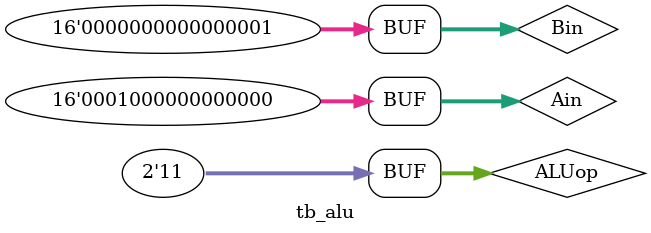
<source format=sv>
module tb_alu ();
	logic [15:0] Ain, Bin, out;
	logic [1:0] ALUop;
	logic Z, V, N;
	
	alu dut (
	.Ain (Ain),
	.Bin (Bin),
	.ALUop (ALUop),
	.out (out),
	.Z (Z),
	.V (V), 
	.N (N)
	);
	
	initial begin
		#5; 
		Ain = 16'b0111111111111111; Bin = 'h0001; ALUop = 2'b00; #5;
		Ain = 16'b0011111111111111; Bin = 'h0001; ALUop = 2'b00; #5;
		Ain = 16'b1000000000000000; Bin = 'h0001; ALUop = 2'b01; #5;
		Ain = 'h000f; Bin = 'h000f; ALUop = 2'b01; #5;
		Ain = 'h0002; Bin = 'h0001; ALUop = 2'b01; #5;
		Ain = 'h1000; ALUop = 2'b10; #5;
		ALUop = 2'b11; #5;
	end
	
endmodule
</source>
